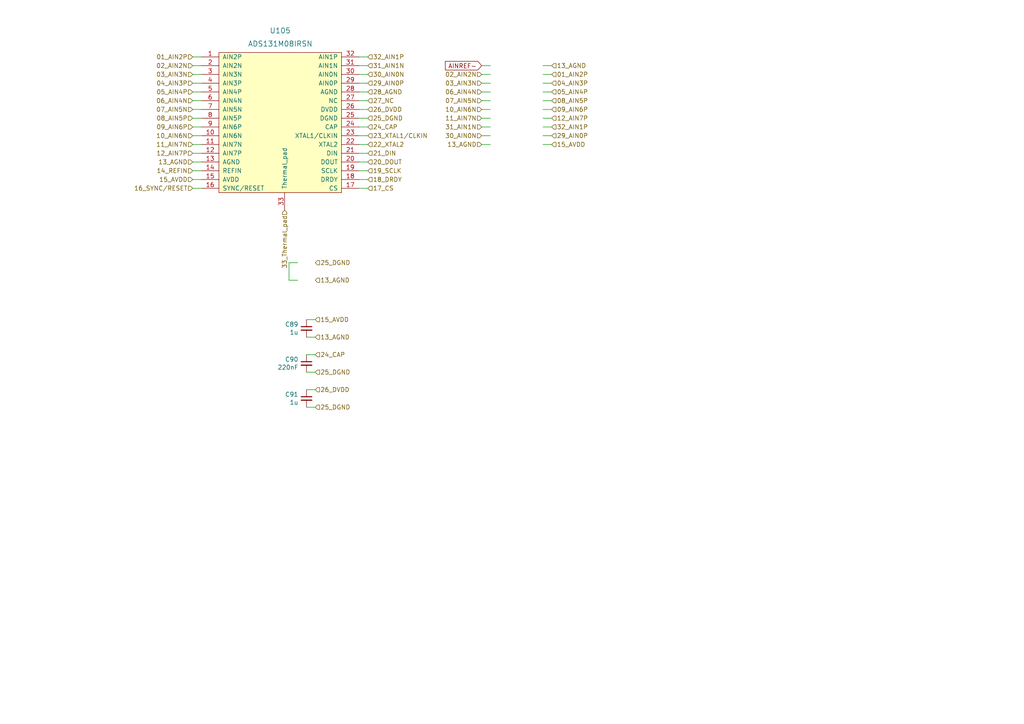
<source format=kicad_sch>
(kicad_sch (version 20210621) (generator eeschema)
  (paper "A4")
  (lib_symbols
    (symbol "FreeEEG32-ads131-rescue:C_Small-Device" (pin_numbers hide) (pin_names (offset 0.254) hide)
      (property "Reference" "C" (at 0.254 1.778 0))
      (property "Value" "C_Small-Device" (at 0.254 -2.032 0))
      (symbol "C_Small-Device_0_1"
        (polyline (pts (xy -1.524 -0.508) (xy 1.524 -0.508)) (stroke (width 0.3302)))
        (polyline (pts (xy -1.524 0.508) (xy 1.524 0.508)) (stroke (width 0.3048)))
      )
      (symbol "C_Small-Device_1_1"
        (pin passive line (at 0 2.54 270) (length 2.032) (name "~") (number "1"))
        (pin passive line (at 0 -2.54 90) (length 2.032) (name "~") (number "2"))
      )
    )
    (symbol "ads131:ADS131M08IPBS" (pin_names (offset 1.016))
      (property "Reference" "U?" (at -1.27 44.45 0))
      (property "Value" "ADS131M08IPBS" (at -1.27 40.64 0))
      (symbol "ADS131M08IPBS_0_1"
        (rectangle (start -19.05 39.37) (end 16.51 -1.27) (fill (type background)))
      )
      (symbol "ADS131M08IPBS_1_1"
        (pin input line (at -24.13 38.1 0) (length 5.08) (name "AIN2P") (number "1"))
        (pin input line (at -24.13 15.24 0) (length 5.08) (name "AIN6N") (number "10"))
        (pin input line (at -24.13 12.7 0) (length 5.08) (name "AIN7N") (number "11"))
        (pin input line (at -24.13 10.16 0) (length 5.08) (name "AIN7P") (number "12"))
        (pin input line (at -24.13 7.62 0) (length 5.08) (name "AGND") (number "13"))
        (pin input line (at -24.13 5.08 0) (length 5.08) (name "REFIN") (number "14"))
        (pin input line (at -24.13 2.54 0) (length 5.08) (name "AVDD") (number "15"))
        (pin input line (at -24.13 0 0) (length 5.08) (name "SYNC/RESET") (number "16"))
        (pin input line (at 21.59 0 180) (length 5.08) (name "CS") (number "17"))
        (pin input line (at 21.59 2.54 180) (length 5.08) (name "DRDY") (number "18"))
        (pin input line (at 21.59 5.08 180) (length 5.08) (name "SCLK") (number "19"))
        (pin input line (at -24.13 35.56 0) (length 5.08) (name "AIN2N") (number "2"))
        (pin input line (at 21.59 7.62 180) (length 5.08) (name "DOUT") (number "20"))
        (pin input line (at 21.59 10.16 180) (length 5.08) (name "DIN") (number "21"))
        (pin input line (at 21.59 12.7 180) (length 5.08) (name "XTAL2") (number "22"))
        (pin input line (at 21.59 15.24 180) (length 5.08) (name "XTAL1/CLKIN") (number "23"))
        (pin input line (at 21.59 17.78 180) (length 5.08) (name "CAP") (number "24"))
        (pin input line (at 21.59 20.32 180) (length 5.08) (name "DGND") (number "25"))
        (pin input line (at 21.59 22.86 180) (length 5.08) (name "DVDD") (number "26"))
        (pin input line (at 21.59 25.4 180) (length 5.08) (name "NC") (number "27"))
        (pin input line (at 21.59 27.94 180) (length 5.08) (name "AGND") (number "28"))
        (pin input line (at 21.59 30.48 180) (length 5.08) (name "AIN0P") (number "29"))
        (pin input line (at -24.13 33.02 0) (length 5.08) (name "AIN3N") (number "3"))
        (pin input line (at 21.59 33.02 180) (length 5.08) (name "AIN0N") (number "30"))
        (pin input line (at 21.59 35.56 180) (length 5.08) (name "AIN1N") (number "31"))
        (pin input line (at 21.59 38.1 180) (length 5.08) (name "AIN1P") (number "32"))
        (pin input line (at 0 -6.35 90) (length 5.08) (name "Thermal_pad") (number "33"))
        (pin input line (at -24.13 30.48 0) (length 5.08) (name "AIN3P") (number "4"))
        (pin input line (at -24.13 27.94 0) (length 5.08) (name "AIN4P") (number "5"))
        (pin input line (at -24.13 25.4 0) (length 5.08) (name "AIN4N") (number "6"))
        (pin input line (at -24.13 22.86 0) (length 5.08) (name "AIN5N") (number "7"))
        (pin input line (at -24.13 20.32 0) (length 5.08) (name "AIN5P") (number "8"))
        (pin input line (at -24.13 17.78 0) (length 5.08) (name "AIN6P") (number "9"))
      )
    )
  )
  (wire (pts (xy 55.88 16.51) (xy 58.42 16.51)))
  (wire (pts (xy 55.88 19.05) (xy 58.42 19.05)))
  (wire (pts (xy 55.88 21.59) (xy 58.42 21.59)))
  (wire (pts (xy 55.88 24.13) (xy 58.42 24.13)))
  (wire (pts (xy 55.88 29.21) (xy 58.42 29.21)))
  (wire (pts (xy 55.88 31.75) (xy 58.42 31.75)))
  (wire (pts (xy 55.88 34.29) (xy 58.42 34.29)))
  (wire (pts (xy 55.88 36.83) (xy 58.42 36.83)))
  (wire (pts (xy 55.88 39.37) (xy 58.42 39.37)))
  (wire (pts (xy 55.88 41.91) (xy 58.42 41.91)))
  (wire (pts (xy 55.88 44.45) (xy 58.42 44.45)))
  (wire (pts (xy 55.88 46.99) (xy 58.42 46.99)))
  (wire (pts (xy 55.88 49.53) (xy 58.42 49.53)))
  (wire (pts (xy 55.88 52.07) (xy 58.42 52.07)))
  (wire (pts (xy 55.88 54.61) (xy 58.42 54.61)))
  (wire (pts (xy 58.42 26.67) (xy 55.88 26.67)))
  (wire (pts (xy 83.82 76.2) (xy 83.82 81.28)))
  (wire (pts (xy 83.82 81.28) (xy 86.36 81.28)))
  (wire (pts (xy 86.36 76.2) (xy 83.82 76.2)))
  (wire (pts (xy 91.44 92.71) (xy 88.9 92.71)))
  (wire (pts (xy 91.44 97.79) (xy 88.9 97.79)))
  (wire (pts (xy 91.44 102.87) (xy 88.9 102.87)))
  (wire (pts (xy 91.44 107.95) (xy 88.9 107.95)))
  (wire (pts (xy 91.44 113.03) (xy 88.9 113.03)))
  (wire (pts (xy 91.44 118.11) (xy 88.9 118.11)))
  (wire (pts (xy 104.14 16.51) (xy 106.68 16.51)))
  (wire (pts (xy 104.14 19.05) (xy 106.68 19.05)))
  (wire (pts (xy 104.14 21.59) (xy 106.68 21.59)))
  (wire (pts (xy 104.14 24.13) (xy 106.68 24.13)))
  (wire (pts (xy 104.14 29.21) (xy 106.68 29.21)))
  (wire (pts (xy 104.14 31.75) (xy 106.68 31.75)))
  (wire (pts (xy 104.14 34.29) (xy 106.68 34.29)))
  (wire (pts (xy 104.14 36.83) (xy 106.68 36.83)))
  (wire (pts (xy 104.14 39.37) (xy 106.68 39.37)))
  (wire (pts (xy 104.14 41.91) (xy 106.68 41.91)))
  (wire (pts (xy 104.14 44.45) (xy 106.68 44.45)))
  (wire (pts (xy 104.14 46.99) (xy 106.68 46.99)))
  (wire (pts (xy 104.14 49.53) (xy 106.68 49.53)))
  (wire (pts (xy 104.14 52.07) (xy 106.68 52.07)))
  (wire (pts (xy 104.14 54.61) (xy 106.68 54.61)))
  (wire (pts (xy 106.68 26.67) (xy 104.14 26.67)))
  (wire (pts (xy 139.7 21.59) (xy 142.24 21.59)))
  (wire (pts (xy 139.7 24.13) (xy 142.24 24.13)))
  (wire (pts (xy 139.7 26.67) (xy 142.24 26.67)))
  (wire (pts (xy 139.7 29.21) (xy 142.24 29.21)))
  (wire (pts (xy 139.7 31.75) (xy 142.24 31.75)))
  (wire (pts (xy 139.7 34.29) (xy 142.24 34.29)))
  (wire (pts (xy 139.7 36.83) (xy 142.24 36.83)))
  (wire (pts (xy 139.7 39.37) (xy 142.24 39.37)))
  (wire (pts (xy 142.24 19.05) (xy 139.7 19.05)))
  (wire (pts (xy 142.24 41.91) (xy 139.7 41.91)))
  (wire (pts (xy 160.02 19.05) (xy 157.48 19.05)))
  (wire (pts (xy 160.02 21.59) (xy 157.48 21.59)))
  (wire (pts (xy 160.02 24.13) (xy 157.48 24.13)))
  (wire (pts (xy 160.02 26.67) (xy 157.48 26.67)))
  (wire (pts (xy 160.02 29.21) (xy 157.48 29.21)))
  (wire (pts (xy 160.02 31.75) (xy 157.48 31.75)))
  (wire (pts (xy 160.02 34.29) (xy 157.48 34.29)))
  (wire (pts (xy 160.02 36.83) (xy 157.48 36.83)))
  (wire (pts (xy 160.02 39.37) (xy 157.48 39.37)))
  (wire (pts (xy 160.02 41.91) (xy 157.48 41.91)))
  (global_label "AINREF-" (shape input) (at 139.7 19.05 180) (property "Intersheet References" "${INTERSHEET_REFS}" (effects hide)))
  (hierarchical_label "01_AIN2P" (shape input) (at 55.88 16.51 180))
  (hierarchical_label "02_AIN2N" (shape input) (at 55.88 19.05 180))
  (hierarchical_label "03_AIN3N" (shape input) (at 55.88 21.59 180))
  (hierarchical_label "04_AIN3P" (shape input) (at 55.88 24.13 180))
  (hierarchical_label "05_AIN4P" (shape input) (at 55.88 26.67 180))
  (hierarchical_label "06_AIN4N" (shape input) (at 55.88 29.21 180))
  (hierarchical_label "07_AIN5N" (shape input) (at 55.88 31.75 180))
  (hierarchical_label "08_AIN5P" (shape input) (at 55.88 34.29 180))
  (hierarchical_label "09_AIN6P" (shape input) (at 55.88 36.83 180))
  (hierarchical_label "10_AIN6N" (shape input) (at 55.88 39.37 180))
  (hierarchical_label "11_AIN7N" (shape input) (at 55.88 41.91 180))
  (hierarchical_label "12_AIN7P" (shape input) (at 55.88 44.45 180))
  (hierarchical_label "13_AGND" (shape input) (at 55.88 46.99 180))
  (hierarchical_label "14_REFIN" (shape input) (at 55.88 49.53 180))
  (hierarchical_label "15_AVDD" (shape input) (at 55.88 52.07 180))
  (hierarchical_label "16_SYNC{slash}RESET" (shape input) (at 55.88 54.61 180))
  (hierarchical_label "33_Thermal_pad" (shape input) (at 82.55 60.96 270))
  (hierarchical_label "25_DGND" (shape input) (at 91.44 76.2 0))
  (hierarchical_label "13_AGND" (shape input) (at 91.44 81.28 0))
  (hierarchical_label "15_AVDD" (shape input) (at 91.44 92.71 0))
  (hierarchical_label "13_AGND" (shape input) (at 91.44 97.79 0))
  (hierarchical_label "24_CAP" (shape input) (at 91.44 102.87 0))
  (hierarchical_label "25_DGND" (shape input) (at 91.44 107.95 0))
  (hierarchical_label "26_DVDD" (shape input) (at 91.44 113.03 0))
  (hierarchical_label "25_DGND" (shape input) (at 91.44 118.11 0))
  (hierarchical_label "32_AIN1P" (shape input) (at 106.68 16.51 0))
  (hierarchical_label "31_AIN1N" (shape input) (at 106.68 19.05 0))
  (hierarchical_label "30_AIN0N" (shape input) (at 106.68 21.59 0))
  (hierarchical_label "29_AIN0P" (shape input) (at 106.68 24.13 0))
  (hierarchical_label "28_AGND" (shape input) (at 106.68 26.67 0))
  (hierarchical_label "27_NC" (shape input) (at 106.68 29.21 0))
  (hierarchical_label "26_DVDD" (shape input) (at 106.68 31.75 0))
  (hierarchical_label "25_DGND" (shape input) (at 106.68 34.29 0))
  (hierarchical_label "24_CAP" (shape input) (at 106.68 36.83 0))
  (hierarchical_label "23_XTAL1{slash}CLKIN" (shape input) (at 106.68 39.37 0))
  (hierarchical_label "22_XTAL2" (shape input) (at 106.68 41.91 0))
  (hierarchical_label "21_DIN" (shape input) (at 106.68 44.45 0))
  (hierarchical_label "20_DOUT" (shape input) (at 106.68 46.99 0))
  (hierarchical_label "19_SCLK" (shape input) (at 106.68 49.53 0))
  (hierarchical_label "18_DRDY" (shape input) (at 106.68 52.07 0))
  (hierarchical_label "17_CS" (shape input) (at 106.68 54.61 0))
  (hierarchical_label "02_AIN2N" (shape input) (at 139.7 21.59 180))
  (hierarchical_label "03_AIN3N" (shape input) (at 139.7 24.13 180))
  (hierarchical_label "06_AIN4N" (shape input) (at 139.7 26.67 180))
  (hierarchical_label "07_AIN5N" (shape input) (at 139.7 29.21 180))
  (hierarchical_label "10_AIN6N" (shape input) (at 139.7 31.75 180))
  (hierarchical_label "11_AIN7N" (shape input) (at 139.7 34.29 180))
  (hierarchical_label "31_AIN1N" (shape input) (at 139.7 36.83 180))
  (hierarchical_label "30_AIN0N" (shape input) (at 139.7 39.37 180))
  (hierarchical_label "13_AGND" (shape input) (at 139.7 41.91 180))
  (hierarchical_label "13_AGND" (shape input) (at 160.02 19.05 0))
  (hierarchical_label "01_AIN2P" (shape input) (at 160.02 21.59 0))
  (hierarchical_label "04_AIN3P" (shape input) (at 160.02 24.13 0))
  (hierarchical_label "05_AIN4P" (shape input) (at 160.02 26.67 0))
  (hierarchical_label "08_AIN5P" (shape input) (at 160.02 29.21 0))
  (hierarchical_label "09_AIN6P" (shape input) (at 160.02 31.75 0))
  (hierarchical_label "12_AIN7P" (shape input) (at 160.02 34.29 0))
  (hierarchical_label "32_AIN1P" (shape input) (at 160.02 36.83 0))
  (hierarchical_label "29_AIN0P" (shape input) (at 160.02 39.37 0))
  (hierarchical_label "15_AVDD" (shape input) (at 160.02 41.91 0))
  (symbol (lib_id "FreeEEG32-ads131-rescue:C_Small-Device") (at 88.9 95.25 0) (mirror y) (unit 1)
    (property "Reference" "C89" (at 86.5632 94.0816 0) (effects (justify left)))
    (property "Value" "1u" (at 86.5632 96.393 0) (effects (justify left)))
    (property "Footprint" "Capacitor_SMD:C_0402_1005Metric" (effects hide))
    (property "Datasheet" "C0G" (effects hide))
    (property "MNP" "CL05A105KO5NNNC" (effects hide))
  )
  (symbol (lib_id "FreeEEG32-ads131-rescue:C_Small-Device") (at 88.9 105.41 0) (mirror y) (unit 1)
    (property "Reference" "C90" (at 86.5632 104.2416 0) (effects (justify left)))
    (property "Value" "220nF" (at 86.5632 106.553 0) (effects (justify left)))
    (property "Footprint" "Capacitor_SMD:C_0402_1005Metric" (effects hide))
    (property "Datasheet" "X7R, not Y5V" (effects hide))
    (property "MNP" "CL05A105KO5NNNC" (effects hide))
  )
  (symbol (lib_id "FreeEEG32-ads131-rescue:C_Small-Device") (at 88.9 115.57 0) (mirror y) (unit 1)
    (property "Reference" "C91" (at 86.5632 114.4016 0) (effects (justify left)))
    (property "Value" "1u" (at 86.5632 116.713 0) (effects (justify left)))
    (property "Footprint" "Capacitor_SMD:C_0402_1005Metric" (effects hide))
    (property "Datasheet" "X7R, not Y5V" (effects hide))
    (property "MNP" "CL05A105KO5NNNC" (effects hide))
  )
  (symbol (lib_id "ads131:ADS131M08IPBS") (at 82.55 54.61 0) (unit 1)
    (property "Reference" "U105" (at 81.28 8.89 0) (effects (font (size 1.524 1.524))))
    (property "Value" "ADS131M08IRSN" (at 81.28 12.7 0) (effects (font (size 1.524 1.524))))
    (property "Footprint" "Package_QFP:LQFP-32_5x5mm_P0.5mm" (effects hide))
    (property "MNP" "AD7771BCPZ" (effects hide))
    (property "Manufacturer" "Analog Devices" (effects hide))
  )
)
</source>
